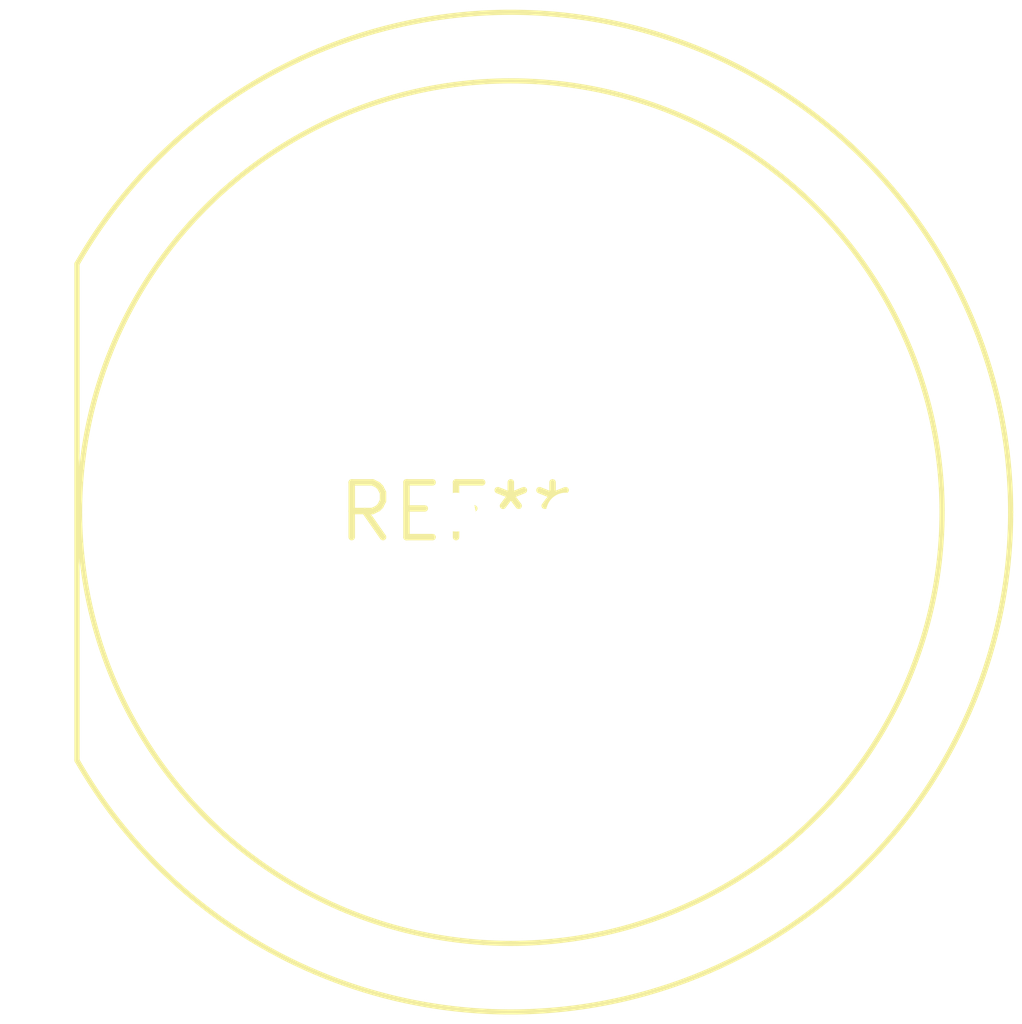
<source format=kicad_pcb>
(kicad_pcb (version 20240108) (generator pcbnew)
  (layers (0 "F.Cu" signal) (31 "B.Cu" signal) (34 "B.Paste" user) (35 "F.Paste" user) (36 "B.SilkS" user "B.Silkscreen") (37 "F.SilkS" user "F.Silkscreen") (38 "B.Mask" user) (39 "F.Mask" user) (44 "Edge.Cuts" user))
  (net 0 "")
  (footprint "LED_D20.0mm" (layer "F.Cu") (at 0 0)
    (property "Reference" "REF**")
    (property "Value" "LED_D20.0mm")
    (fp_line (start -8.79 -5.756) (end -8.79 5.756) (layer "F.SilkS") (stroke (width 0.12)))
    (fp_arc (start -8.79 -5.755389) (mid 4.245115 -11.201643) (end 12.859999 -0.00523) (layer "F.SilkS") (stroke (width 0.12)))
    (fp_arc (start 12.859999 0.00523) (mid 4.245115 11.201643) (end -8.79 5.755389) (layer "F.SilkS") (stroke (width 0.12)))
    (fp_circle (center 1.27 0) (end 11.27 0) (layer "F.SilkS") (stroke (width 0.12)) (fill none))
    (pad "1" thru_hole rect (at 0 0) (size 1.8 1.8) (drill 0.9) (layers *.Cu *.Mask) (remove_unused_layers))
    (pad "2" thru_hole circle (at 2.54 0) (size 1.8 1.8) (drill 0.9) (layers *.Cu *.Mask) (remove_unused_layers))
  )
)
</source>
